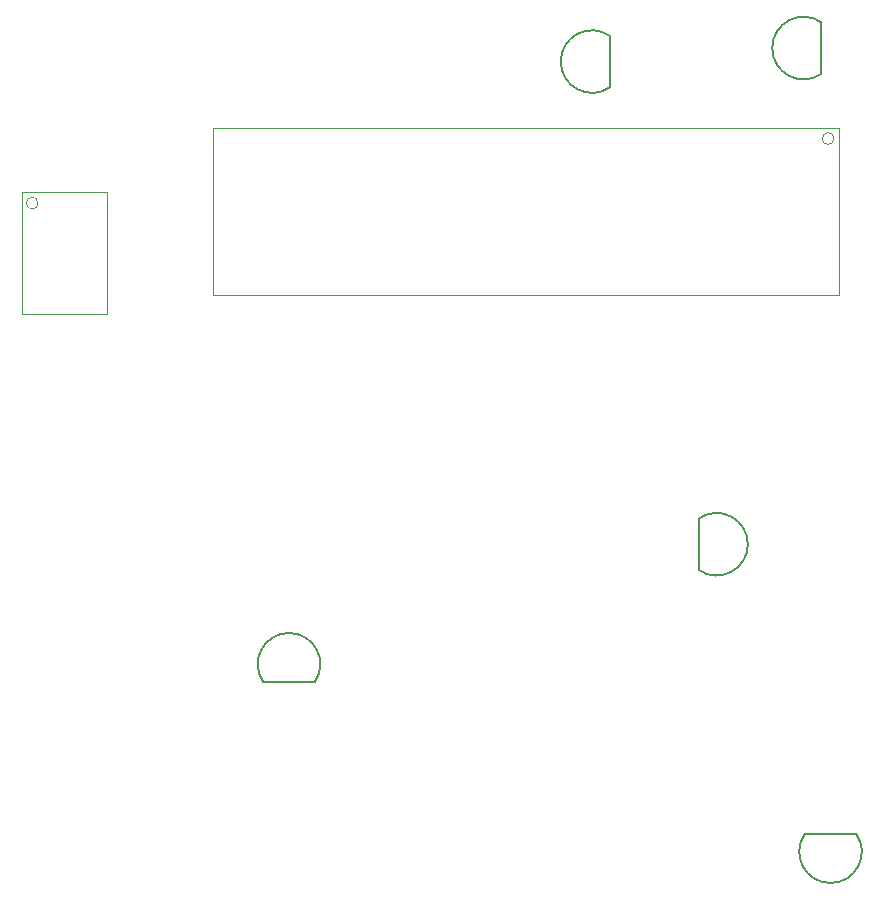
<source format=gbr>
G04 Layer_Color=16711935*
%FSLAX44Y44*%
%MOMM*%
%TF.FileFunction,Mechanical*%
%TF.Part,Single*%
G01*
G75*
%ADD41C,0.2000*%
%ADD71C,0.1000*%
D41*
X716586Y751870D02*
G03*
X716586Y708455I-15200J-21707D01*
G01*
X612527Y288360D02*
G03*
X612527Y331775I15200J21707D01*
G01*
X702539Y64917D02*
G03*
X745954Y64917I21707J-15200D01*
G01*
X537516Y740440D02*
G03*
X537516Y697025I-15200J-21707D01*
G01*
X287484Y193268D02*
G03*
X244069Y193268I-21707J15200D01*
G01*
X716586Y708455D02*
Y751870D01*
X612527Y288360D02*
Y331775D01*
X702539Y64917D02*
X745954D01*
X537516Y697025D02*
Y740440D01*
X244069Y193268D02*
X287484D01*
D71*
X727186Y653508D02*
G03*
X727186Y653508I-5000J0D01*
G01*
X53276Y598948D02*
G03*
X53276Y598948I-5000J0D01*
G01*
X201686Y662508D02*
X731186D01*
X201686Y521508D02*
X731186D01*
Y662508D01*
X201686Y521508D02*
Y662508D01*
X39276Y504948D02*
X111276D01*
X39276Y607948D02*
X111276D01*
Y504948D02*
Y607948D01*
X39276Y504948D02*
Y607948D01*
%TF.MD5,96F02EB2F1422D85B319097C8EBE1411*%
M02*

</source>
